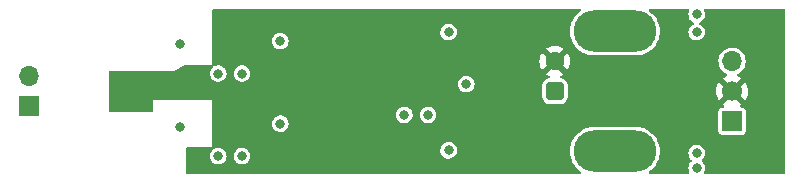
<source format=gbr>
%TF.GenerationSoftware,KiCad,Pcbnew,(6.0.10)*%
%TF.CreationDate,2023-06-03T07:50:41-04:00*%
%TF.ProjectId,diff-probe-soic,64696666-2d70-4726-9f62-652d736f6963,rev?*%
%TF.SameCoordinates,PX1f78a40PY3750280*%
%TF.FileFunction,Copper,L2,Inr*%
%TF.FilePolarity,Positive*%
%FSLAX46Y46*%
G04 Gerber Fmt 4.6, Leading zero omitted, Abs format (unit mm)*
G04 Created by KiCad (PCBNEW (6.0.10)) date 2023-06-03 07:50:41*
%MOMM*%
%LPD*%
G01*
G04 APERTURE LIST*
G04 Aperture macros list*
%AMRoundRect*
0 Rectangle with rounded corners*
0 $1 Rounding radius*
0 $2 $3 $4 $5 $6 $7 $8 $9 X,Y pos of 4 corners*
0 Add a 4 corners polygon primitive as box body*
4,1,4,$2,$3,$4,$5,$6,$7,$8,$9,$2,$3,0*
0 Add four circle primitives for the rounded corners*
1,1,$1+$1,$2,$3*
1,1,$1+$1,$4,$5*
1,1,$1+$1,$6,$7*
1,1,$1+$1,$8,$9*
0 Add four rect primitives between the rounded corners*
20,1,$1+$1,$2,$3,$4,$5,0*
20,1,$1+$1,$4,$5,$6,$7,0*
20,1,$1+$1,$6,$7,$8,$9,0*
20,1,$1+$1,$8,$9,$2,$3,0*%
%AMHorizOval*
0 Thick line with rounded ends*
0 $1 width*
0 $2 $3 position (X,Y) of the first rounded end (center of the circle)*
0 $4 $5 position (X,Y) of the second rounded end (center of the circle)*
0 Add line between two ends*
20,1,$1,$2,$3,$4,$5,0*
0 Add two circle primitives to create the rounded ends*
1,1,$1,$2,$3*
1,1,$1,$4,$5*%
G04 Aperture macros list end*
%TA.AperFunction,ComponentPad*%
%ADD10O,7.000000X3.500000*%
%TD*%
%TA.AperFunction,ComponentPad*%
%ADD11RoundRect,0.400000X-0.400000X0.400000X-0.400000X-0.400000X0.400000X-0.400000X0.400000X0.400000X0*%
%TD*%
%TA.AperFunction,ComponentPad*%
%ADD12C,1.600000*%
%TD*%
%TA.AperFunction,ComponentPad*%
%ADD13R,1.700000X1.700000*%
%TD*%
%TA.AperFunction,ComponentPad*%
%ADD14O,1.700000X1.700000*%
%TD*%
%TA.AperFunction,ComponentPad*%
%ADD15HorizOval,1.700000X0.000000X0.000000X0.000000X0.000000X0*%
%TD*%
%TA.AperFunction,ViaPad*%
%ADD16C,0.800000*%
%TD*%
G04 APERTURE END LIST*
D10*
%TO.N,*%
%TO.C,J2*%
X51580000Y2920000D03*
X51580000Y13080000D03*
D11*
%TO.N,/OUT*%
X46500000Y8000000D03*
D12*
%TO.N,GND*%
X46500000Y10540000D03*
%TD*%
D13*
%TO.N,/IN_POS*%
%TO.C,J1*%
X2000000Y6730000D03*
D14*
%TO.N,/IN_NEG*%
X2000000Y9270000D03*
%TD*%
D13*
%TO.N,/NEG*%
%TO.C,J3*%
X61500000Y5460000D03*
D15*
%TO.N,GND*%
X61500000Y8000000D03*
D14*
%TO.N,/POS*%
X61500000Y10540000D03*
%TD*%
D16*
%TO.N,VSS*%
X58500000Y2750000D03*
%TO.N,VDD*%
X58500000Y13000000D03*
%TO.N,GND*%
X39250000Y4750000D03*
X18000000Y13000000D03*
X9750000Y8050000D03*
X23500000Y1500000D03*
X21750000Y1500000D03*
X20000000Y6000000D03*
X23500000Y8500000D03*
X21750000Y8500000D03*
X26750000Y4250000D03*
X37500000Y4750000D03*
X28750000Y4250000D03*
X18000000Y6000000D03*
X32000000Y13000000D03*
X32000000Y3000000D03*
X33750000Y9500000D03*
X35750000Y9500000D03*
X20000000Y13000000D03*
X11500000Y8100000D03*
%TO.N,VSS*%
X37500000Y3000000D03*
X18000000Y2500000D03*
X20000000Y9500000D03*
X58500000Y1500000D03*
X18000000Y9500000D03*
X35750000Y6000000D03*
X20000000Y2500000D03*
X33750000Y6000000D03*
%TO.N,VDD*%
X58500000Y14500000D03*
X23250000Y5250000D03*
X39000000Y8600000D03*
X37500000Y13000000D03*
X23250000Y12250000D03*
%TO.N,/FB_POS*%
X14750000Y5000000D03*
%TO.N,/FB_NEG*%
X14750000Y12000000D03*
%TD*%
%TA.AperFunction,Conductor*%
%TO.N,GND*%
G36*
X48664467Y14979998D02*
G01*
X48710960Y14926342D01*
X48721064Y14856068D01*
X48691570Y14791488D01*
X48670407Y14772064D01*
X48537393Y14675423D01*
X48508746Y14654610D01*
X48505582Y14651554D01*
X48505579Y14651552D01*
X48305626Y14458460D01*
X48305622Y14458455D01*
X48302461Y14455403D01*
X48299754Y14451938D01*
X48299752Y14451936D01*
X48217309Y14346414D01*
X48125907Y14229425D01*
X48123704Y14225609D01*
X48012968Y14033807D01*
X47982523Y13981075D01*
X47875097Y13715187D01*
X47874032Y13710914D01*
X47874031Y13710912D01*
X47856112Y13639044D01*
X47805721Y13436935D01*
X47805262Y13432565D01*
X47805261Y13432561D01*
X47776204Y13156105D01*
X47775745Y13151736D01*
X47775898Y13147348D01*
X47775898Y13147342D01*
X47784260Y12907906D01*
X47785753Y12865141D01*
X47786515Y12860818D01*
X47786516Y12860811D01*
X47815242Y12697901D01*
X47835550Y12582728D01*
X47836905Y12578557D01*
X47836907Y12578550D01*
X47871473Y12472169D01*
X47924167Y12309994D01*
X47926095Y12306041D01*
X47926097Y12306036D01*
X47955445Y12245865D01*
X48049879Y12052247D01*
X48210238Y11814504D01*
X48402125Y11601392D01*
X48621803Y11417060D01*
X48864998Y11265095D01*
X49006260Y11202201D01*
X49091661Y11164178D01*
X49126975Y11148455D01*
X49402636Y11069411D01*
X49406986Y11068800D01*
X49406989Y11068799D01*
X49511342Y11054133D01*
X49686615Y11029500D01*
X53401604Y11029500D01*
X53403790Y11029653D01*
X53403794Y11029653D01*
X53611686Y11044190D01*
X53611691Y11044191D01*
X53616071Y11044497D01*
X53620365Y11045410D01*
X53620367Y11045410D01*
X53738984Y11070623D01*
X53896575Y11104120D01*
X53900706Y11105624D01*
X53900711Y11105625D01*
X54075633Y11169292D01*
X54166050Y11202201D01*
X54243081Y11243159D01*
X54415361Y11334761D01*
X54415367Y11334765D01*
X54419253Y11336831D01*
X54422813Y11339418D01*
X54422817Y11339420D01*
X54647691Y11502801D01*
X54647694Y11502803D01*
X54651254Y11505390D01*
X54661137Y11514934D01*
X54854374Y11701540D01*
X54854378Y11701545D01*
X54857539Y11704597D01*
X54889438Y11745425D01*
X55031381Y11927104D01*
X55034093Y11930575D01*
X55078441Y12007389D01*
X55175276Y12175112D01*
X55175278Y12175117D01*
X55177477Y12178925D01*
X55284903Y12444813D01*
X55354279Y12723065D01*
X55357113Y12750023D01*
X55383796Y13003895D01*
X55383796Y13003898D01*
X55384255Y13008264D01*
X55384023Y13014920D01*
X55374401Y13290462D01*
X55374400Y13290468D01*
X55374247Y13294859D01*
X55368691Y13326373D01*
X55325212Y13572949D01*
X55324450Y13577272D01*
X55323095Y13581443D01*
X55323093Y13581450D01*
X55251794Y13800884D01*
X55235833Y13850006D01*
X55229514Y13862963D01*
X55170046Y13984888D01*
X55110121Y14107753D01*
X54949762Y14345496D01*
X54757875Y14558608D01*
X54538197Y14742940D01*
X54534459Y14745276D01*
X54499460Y14767146D01*
X54452289Y14820207D01*
X54441294Y14890347D01*
X54469965Y14955297D01*
X54529199Y14994436D01*
X54566229Y15000000D01*
X57758684Y15000000D01*
X57826805Y14979998D01*
X57873298Y14926342D01*
X57883402Y14856068D01*
X57876078Y14828233D01*
X57816524Y14675487D01*
X57815532Y14667954D01*
X57815532Y14667953D01*
X57800706Y14555333D01*
X57794394Y14507389D01*
X57812999Y14338865D01*
X57871266Y14179644D01*
X57875502Y14173341D01*
X57875502Y14173340D01*
X57888574Y14153887D01*
X57965830Y14038917D01*
X57971442Y14033810D01*
X57971445Y14033807D01*
X58085612Y13929923D01*
X58085616Y13929920D01*
X58091233Y13924809D01*
X58097910Y13921184D01*
X58097911Y13921183D01*
X58210160Y13860237D01*
X58260481Y13810154D01*
X58275738Y13740816D01*
X58251086Y13674237D01*
X58207829Y13637541D01*
X58103369Y13583625D01*
X58097647Y13578633D01*
X58097645Y13578632D01*
X58026069Y13516192D01*
X57975604Y13472169D01*
X57878113Y13333453D01*
X57816524Y13175487D01*
X57794394Y13007389D01*
X57812999Y12838865D01*
X57871266Y12679644D01*
X57875502Y12673341D01*
X57875502Y12673340D01*
X57885289Y12658776D01*
X57965830Y12538917D01*
X57971442Y12533810D01*
X57971445Y12533807D01*
X58085612Y12429923D01*
X58085616Y12429920D01*
X58091233Y12424809D01*
X58097906Y12421186D01*
X58097910Y12421183D01*
X58233558Y12347533D01*
X58233560Y12347532D01*
X58240235Y12343908D01*
X58247584Y12341980D01*
X58396883Y12302812D01*
X58396885Y12302812D01*
X58404233Y12300884D01*
X58490609Y12299527D01*
X58566161Y12298340D01*
X58566164Y12298340D01*
X58573760Y12298221D01*
X58581165Y12299917D01*
X58581166Y12299917D01*
X58643459Y12314184D01*
X58739029Y12336072D01*
X58890498Y12412253D01*
X59019423Y12522366D01*
X59118361Y12660053D01*
X59126237Y12679644D01*
X59178766Y12810313D01*
X59178767Y12810315D01*
X59181601Y12817366D01*
X59194610Y12908776D01*
X59204909Y12981138D01*
X59204909Y12981141D01*
X59205490Y12985222D01*
X59205645Y13000000D01*
X59203840Y13014920D01*
X59201004Y13038347D01*
X59185276Y13168320D01*
X59125345Y13326923D01*
X59052742Y13432561D01*
X59033614Y13460392D01*
X59033613Y13460393D01*
X59029312Y13466651D01*
X59017514Y13477163D01*
X58908392Y13574388D01*
X58908388Y13574390D01*
X58902721Y13579440D01*
X58896011Y13582993D01*
X58896005Y13582997D01*
X58790151Y13639044D01*
X58739308Y13688597D01*
X58723326Y13757771D01*
X58747280Y13824605D01*
X58792496Y13862963D01*
X58883714Y13908841D01*
X58890498Y13912253D01*
X59019423Y14022366D01*
X59118361Y14160053D01*
X59126237Y14179644D01*
X59178766Y14310313D01*
X59178767Y14310315D01*
X59181601Y14317366D01*
X59205490Y14485222D01*
X59205645Y14500000D01*
X59203840Y14514920D01*
X59186935Y14654610D01*
X59185276Y14668320D01*
X59125345Y14826923D01*
X59127792Y14827847D01*
X59116389Y14885274D01*
X59142407Y14951332D01*
X59200007Y14992837D01*
X59241884Y15000000D01*
X65874000Y15000000D01*
X65942121Y14979998D01*
X65988614Y14926342D01*
X66000000Y14874000D01*
X66000000Y1126000D01*
X65979998Y1057879D01*
X65926342Y1011386D01*
X65874000Y1000000D01*
X59240472Y1000000D01*
X59172351Y1020002D01*
X59125858Y1073658D01*
X59115754Y1143932D01*
X59123565Y1172996D01*
X59178765Y1310309D01*
X59178767Y1310316D01*
X59181601Y1317366D01*
X59205490Y1485222D01*
X59205645Y1500000D01*
X59203840Y1514920D01*
X59199829Y1548064D01*
X59185276Y1668320D01*
X59125345Y1826923D01*
X59114997Y1841980D01*
X59033614Y1960392D01*
X59033613Y1960393D01*
X59029312Y1966651D01*
X58957122Y2030970D01*
X58919568Y2091218D01*
X58920548Y2162208D01*
X58959112Y2220855D01*
X59013651Y2267436D01*
X59013652Y2267437D01*
X59019423Y2272366D01*
X59118361Y2410053D01*
X59126349Y2429923D01*
X59178766Y2560313D01*
X59178767Y2560315D01*
X59181601Y2567366D01*
X59205490Y2735222D01*
X59205645Y2750000D01*
X59203840Y2764920D01*
X59194282Y2843895D01*
X59185276Y2918320D01*
X59125345Y3076923D01*
X59092990Y3124000D01*
X59033614Y3210392D01*
X59033613Y3210393D01*
X59029312Y3216651D01*
X59010680Y3233252D01*
X58908392Y3324388D01*
X58908388Y3324390D01*
X58902721Y3329440D01*
X58895656Y3333181D01*
X58835080Y3365254D01*
X58752881Y3408776D01*
X58588441Y3450081D01*
X58580843Y3450121D01*
X58580841Y3450121D01*
X58503668Y3450525D01*
X58418895Y3450969D01*
X58411508Y3449195D01*
X58411504Y3449195D01*
X58295942Y3421450D01*
X58254032Y3411388D01*
X58247288Y3407907D01*
X58247285Y3407906D01*
X58242089Y3405224D01*
X58103369Y3333625D01*
X58097647Y3328633D01*
X58097645Y3328632D01*
X58043280Y3281206D01*
X57975604Y3222169D01*
X57954486Y3192121D01*
X57896794Y3110033D01*
X57878113Y3083453D01*
X57816524Y2925487D01*
X57815532Y2917954D01*
X57815532Y2917953D01*
X57803281Y2824892D01*
X57794394Y2757389D01*
X57812999Y2588865D01*
X57871266Y2429644D01*
X57875502Y2423341D01*
X57875502Y2423340D01*
X57885245Y2408841D01*
X57965830Y2288917D01*
X57971442Y2283810D01*
X57971445Y2283807D01*
X58043737Y2218027D01*
X58080659Y2157387D01*
X58078936Y2086412D01*
X58041768Y2029888D01*
X57975604Y1972169D01*
X57971237Y1965955D01*
X57888009Y1847533D01*
X57878113Y1833453D01*
X57816524Y1675487D01*
X57815532Y1667954D01*
X57815532Y1667953D01*
X57799749Y1548064D01*
X57794394Y1507389D01*
X57812999Y1338865D01*
X57871018Y1180322D01*
X57871018Y1180321D01*
X57871266Y1179644D01*
X57871153Y1179603D01*
X57883581Y1113426D01*
X57856881Y1047641D01*
X57798853Y1006735D01*
X57758210Y1000000D01*
X54563654Y1000000D01*
X54495533Y1020002D01*
X54449040Y1073658D01*
X54438936Y1143932D01*
X54468430Y1208512D01*
X54489593Y1227936D01*
X54647691Y1342801D01*
X54647694Y1342803D01*
X54651254Y1345390D01*
X54747738Y1438563D01*
X54854374Y1541540D01*
X54854378Y1541545D01*
X54857539Y1544597D01*
X54940853Y1651233D01*
X55031381Y1767104D01*
X55034093Y1770575D01*
X55078524Y1847533D01*
X55175276Y2015112D01*
X55175278Y2015117D01*
X55177477Y2018925D01*
X55284903Y2284813D01*
X55354279Y2563065D01*
X55364550Y2660780D01*
X55383796Y2843895D01*
X55383796Y2843898D01*
X55384255Y2848264D01*
X55382072Y2910780D01*
X55374401Y3130462D01*
X55374400Y3130468D01*
X55374247Y3134859D01*
X55370657Y3155224D01*
X55339311Y3332993D01*
X55324450Y3417272D01*
X55323095Y3421443D01*
X55323093Y3421450D01*
X55245980Y3658776D01*
X55235833Y3690006D01*
X55231352Y3699195D01*
X55170046Y3824888D01*
X55110121Y3947753D01*
X54949762Y4185496D01*
X54757875Y4398608D01*
X54559155Y4565354D01*
X60349500Y4565354D01*
X60352618Y4539154D01*
X60356456Y4530514D01*
X60356456Y4530513D01*
X60384814Y4466670D01*
X60398061Y4436847D01*
X60477287Y4357759D01*
X60487924Y4353056D01*
X60487926Y4353055D01*
X60526341Y4336072D01*
X60579673Y4312494D01*
X60605354Y4309500D01*
X62394646Y4309500D01*
X62398350Y4309941D01*
X62398353Y4309941D01*
X62405746Y4310821D01*
X62420846Y4312618D01*
X62523153Y4358061D01*
X62554984Y4389947D01*
X62577093Y4412095D01*
X62602241Y4437287D01*
X62615232Y4466670D01*
X62633265Y4507462D01*
X62647506Y4539673D01*
X62650500Y4565354D01*
X62650500Y6354646D01*
X62647382Y6380846D01*
X62607025Y6471704D01*
X62606663Y6472518D01*
X62601939Y6483153D01*
X62522713Y6562241D01*
X62512076Y6566944D01*
X62512074Y6566945D01*
X62452538Y6593265D01*
X62420327Y6607506D01*
X62394646Y6610500D01*
X62284285Y6610500D01*
X62216164Y6630502D01*
X62169671Y6684158D01*
X62159567Y6754432D01*
X62189061Y6819012D01*
X62211116Y6839078D01*
X62249247Y6866277D01*
X62257648Y6876977D01*
X62250660Y6890130D01*
X61512812Y7627978D01*
X61498868Y7635592D01*
X61497035Y7635461D01*
X61490420Y7631210D01*
X60746737Y6887527D01*
X60739977Y6875147D01*
X60745257Y6868094D01*
X60784284Y6845288D01*
X60833007Y6793649D01*
X60846078Y6723866D01*
X60819346Y6658094D01*
X60761299Y6617216D01*
X60720713Y6610500D01*
X60605354Y6610500D01*
X60601650Y6610059D01*
X60601647Y6610059D01*
X60594254Y6609179D01*
X60579154Y6607382D01*
X60570514Y6603544D01*
X60570513Y6603544D01*
X60488117Y6566945D01*
X60476847Y6561939D01*
X60397759Y6482713D01*
X60393056Y6472076D01*
X60393055Y6472074D01*
X60366735Y6412538D01*
X60352494Y6380327D01*
X60349500Y6354646D01*
X60349500Y4565354D01*
X54559155Y4565354D01*
X54538197Y4582940D01*
X54295002Y4734905D01*
X54033025Y4851545D01*
X53804406Y4917100D01*
X53761591Y4929377D01*
X53761590Y4929377D01*
X53757364Y4930589D01*
X53753014Y4931200D01*
X53753011Y4931201D01*
X53648658Y4945867D01*
X53473385Y4970500D01*
X49758396Y4970500D01*
X49756210Y4970347D01*
X49756206Y4970347D01*
X49548314Y4955810D01*
X49548309Y4955809D01*
X49543929Y4955503D01*
X49539635Y4954590D01*
X49539633Y4954590D01*
X49455835Y4936778D01*
X49263425Y4895880D01*
X49259294Y4894376D01*
X49259289Y4894375D01*
X49141616Y4851545D01*
X48993950Y4797799D01*
X48936845Y4767436D01*
X48744639Y4665239D01*
X48744633Y4665235D01*
X48740747Y4663169D01*
X48737187Y4660582D01*
X48737183Y4660580D01*
X48512309Y4497199D01*
X48508746Y4494610D01*
X48505582Y4491554D01*
X48505579Y4491552D01*
X48305626Y4298460D01*
X48305622Y4298455D01*
X48302461Y4295403D01*
X48299754Y4291938D01*
X48299752Y4291936D01*
X48216592Y4185496D01*
X48125907Y4069425D01*
X48123704Y4065609D01*
X48057765Y3951398D01*
X47982523Y3821075D01*
X47875097Y3555187D01*
X47874032Y3550914D01*
X47874031Y3550912D01*
X47852849Y3465955D01*
X47805721Y3276935D01*
X47805262Y3272565D01*
X47805261Y3272561D01*
X47776204Y2996105D01*
X47775745Y2991736D01*
X47775898Y2987348D01*
X47775898Y2987342D01*
X47784703Y2735222D01*
X47785753Y2705141D01*
X47786515Y2700818D01*
X47786516Y2700811D01*
X47810046Y2567366D01*
X47835550Y2422728D01*
X47836905Y2418557D01*
X47836907Y2418550D01*
X47862799Y2338865D01*
X47924167Y2149994D01*
X47926095Y2146041D01*
X47926097Y2146036D01*
X47975270Y2045217D01*
X48049879Y1892247D01*
X48210238Y1654504D01*
X48402125Y1441392D01*
X48621803Y1257060D01*
X48625539Y1254726D01*
X48625541Y1254724D01*
X48660540Y1232854D01*
X48707711Y1179793D01*
X48718706Y1109653D01*
X48690035Y1044703D01*
X48630801Y1005564D01*
X48593771Y1000000D01*
X15376000Y1000000D01*
X15307879Y1020002D01*
X15261386Y1073658D01*
X15250000Y1126000D01*
X15250000Y2507389D01*
X17294394Y2507389D01*
X17312999Y2338865D01*
X17371266Y2179644D01*
X17375502Y2173341D01*
X17375502Y2173340D01*
X17386222Y2157387D01*
X17465830Y2038917D01*
X17471442Y2033810D01*
X17471445Y2033807D01*
X17585612Y1929923D01*
X17585616Y1929920D01*
X17591233Y1924809D01*
X17597906Y1921186D01*
X17597910Y1921183D01*
X17733558Y1847533D01*
X17733560Y1847532D01*
X17740235Y1843908D01*
X17747584Y1841980D01*
X17896883Y1802812D01*
X17896885Y1802812D01*
X17904233Y1800884D01*
X17990609Y1799527D01*
X18066161Y1798340D01*
X18066164Y1798340D01*
X18073760Y1798221D01*
X18081165Y1799917D01*
X18081166Y1799917D01*
X18141586Y1813755D01*
X18239029Y1836072D01*
X18390498Y1912253D01*
X18519423Y2022366D01*
X18618361Y2160053D01*
X18626237Y2179644D01*
X18678766Y2310313D01*
X18678767Y2310315D01*
X18681601Y2317366D01*
X18705490Y2485222D01*
X18705645Y2500000D01*
X18704751Y2507389D01*
X19294394Y2507389D01*
X19312999Y2338865D01*
X19371266Y2179644D01*
X19375502Y2173341D01*
X19375502Y2173340D01*
X19386222Y2157387D01*
X19465830Y2038917D01*
X19471442Y2033810D01*
X19471445Y2033807D01*
X19585612Y1929923D01*
X19585616Y1929920D01*
X19591233Y1924809D01*
X19597906Y1921186D01*
X19597910Y1921183D01*
X19733558Y1847533D01*
X19733560Y1847532D01*
X19740235Y1843908D01*
X19747584Y1841980D01*
X19896883Y1802812D01*
X19896885Y1802812D01*
X19904233Y1800884D01*
X19990609Y1799527D01*
X20066161Y1798340D01*
X20066164Y1798340D01*
X20073760Y1798221D01*
X20081165Y1799917D01*
X20081166Y1799917D01*
X20141586Y1813755D01*
X20239029Y1836072D01*
X20390498Y1912253D01*
X20519423Y2022366D01*
X20618361Y2160053D01*
X20626237Y2179644D01*
X20678766Y2310313D01*
X20678767Y2310315D01*
X20681601Y2317366D01*
X20705490Y2485222D01*
X20705645Y2500000D01*
X20703840Y2514920D01*
X20694891Y2588865D01*
X20685276Y2668320D01*
X20625345Y2826923D01*
X20607658Y2852658D01*
X20533614Y2960392D01*
X20533613Y2960393D01*
X20529312Y2966651D01*
X20517514Y2977163D01*
X20483589Y3007389D01*
X36794394Y3007389D01*
X36812999Y2838865D01*
X36871266Y2679644D01*
X36875502Y2673341D01*
X36875502Y2673340D01*
X36888574Y2653887D01*
X36965830Y2538917D01*
X36971442Y2533810D01*
X36971445Y2533807D01*
X37085612Y2429923D01*
X37085616Y2429920D01*
X37091233Y2424809D01*
X37097906Y2421186D01*
X37097910Y2421183D01*
X37233558Y2347533D01*
X37233560Y2347532D01*
X37240235Y2343908D01*
X37247584Y2341980D01*
X37396883Y2302812D01*
X37396885Y2302812D01*
X37404233Y2300884D01*
X37490609Y2299527D01*
X37566161Y2298340D01*
X37566164Y2298340D01*
X37573760Y2298221D01*
X37581165Y2299917D01*
X37581166Y2299917D01*
X37657353Y2317366D01*
X37739029Y2336072D01*
X37890498Y2412253D01*
X37969713Y2479910D01*
X38013651Y2517436D01*
X38013652Y2517437D01*
X38019423Y2522366D01*
X38118361Y2660053D01*
X38124540Y2675423D01*
X38178766Y2810313D01*
X38178767Y2810315D01*
X38181601Y2817366D01*
X38203566Y2971704D01*
X38204909Y2981138D01*
X38204909Y2981141D01*
X38205490Y2985222D01*
X38205645Y3000000D01*
X38203840Y3014920D01*
X38192809Y3106068D01*
X38185276Y3168320D01*
X38125345Y3326923D01*
X38067818Y3410625D01*
X38033614Y3460392D01*
X38033613Y3460393D01*
X38029312Y3466651D01*
X38017514Y3477163D01*
X37908392Y3574388D01*
X37908388Y3574390D01*
X37902721Y3579440D01*
X37752881Y3658776D01*
X37588441Y3700081D01*
X37580843Y3700121D01*
X37580841Y3700121D01*
X37503668Y3700525D01*
X37418895Y3700969D01*
X37411508Y3699195D01*
X37411504Y3699195D01*
X37268162Y3664780D01*
X37254032Y3661388D01*
X37247288Y3657907D01*
X37247285Y3657906D01*
X37242089Y3655224D01*
X37103369Y3583625D01*
X36975604Y3472169D01*
X36939958Y3421450D01*
X36932887Y3411388D01*
X36878113Y3333453D01*
X36816524Y3175487D01*
X36815532Y3167954D01*
X36815532Y3167953D01*
X36797246Y3029051D01*
X36794394Y3007389D01*
X20483589Y3007389D01*
X20408392Y3074388D01*
X20408388Y3074390D01*
X20402721Y3079440D01*
X20395656Y3083181D01*
X20319502Y3123502D01*
X20252881Y3158776D01*
X20088441Y3200081D01*
X20080843Y3200121D01*
X20080841Y3200121D01*
X20003668Y3200525D01*
X19918895Y3200969D01*
X19911508Y3199195D01*
X19911504Y3199195D01*
X19768162Y3164780D01*
X19754032Y3161388D01*
X19747288Y3157907D01*
X19747285Y3157906D01*
X19615081Y3089670D01*
X19603369Y3083625D01*
X19597647Y3078633D01*
X19597645Y3078632D01*
X19592780Y3074388D01*
X19475604Y2972169D01*
X19471237Y2965955D01*
X19385452Y2843895D01*
X19378113Y2833453D01*
X19316524Y2675487D01*
X19315532Y2667954D01*
X19315532Y2667953D01*
X19295717Y2517436D01*
X19294394Y2507389D01*
X18704751Y2507389D01*
X18703840Y2514920D01*
X18694891Y2588865D01*
X18685276Y2668320D01*
X18625345Y2826923D01*
X18607658Y2852658D01*
X18533614Y2960392D01*
X18533613Y2960393D01*
X18529312Y2966651D01*
X18517514Y2977163D01*
X18408392Y3074388D01*
X18408388Y3074390D01*
X18402721Y3079440D01*
X18395656Y3083181D01*
X18319502Y3123502D01*
X18252881Y3158776D01*
X18088441Y3200081D01*
X18080843Y3200121D01*
X18080841Y3200121D01*
X18003668Y3200525D01*
X17918895Y3200969D01*
X17911508Y3199195D01*
X17911504Y3199195D01*
X17768162Y3164780D01*
X17754032Y3161388D01*
X17747288Y3157907D01*
X17747285Y3157906D01*
X17680629Y3123502D01*
X17610921Y3110033D01*
X17580372Y3122246D01*
X17582698Y3106068D01*
X17553204Y3041488D01*
X17540809Y3029051D01*
X17507507Y3000000D01*
X17475604Y2972169D01*
X17471237Y2965955D01*
X17385452Y2843895D01*
X17378113Y2833453D01*
X17316524Y2675487D01*
X17315532Y2667954D01*
X17315532Y2667953D01*
X17295717Y2517436D01*
X17294394Y2507389D01*
X15250000Y2507389D01*
X15250000Y3124000D01*
X15270002Y3192121D01*
X15323658Y3238614D01*
X15376000Y3250000D01*
X17457980Y3250000D01*
X17501210Y3237307D01*
X17500451Y3250000D01*
X17500000Y3250000D01*
X17500000Y5257389D01*
X22544394Y5257389D01*
X22562999Y5088865D01*
X22570867Y5067366D01*
X22611691Y4955810D01*
X22621266Y4929644D01*
X22625502Y4923341D01*
X22625502Y4923340D01*
X22638574Y4903887D01*
X22715830Y4788917D01*
X22721442Y4783810D01*
X22721445Y4783807D01*
X22835612Y4679923D01*
X22835616Y4679920D01*
X22841233Y4674809D01*
X22847906Y4671186D01*
X22847910Y4671183D01*
X22983558Y4597533D01*
X22983560Y4597532D01*
X22990235Y4593908D01*
X22997584Y4591980D01*
X23146883Y4552812D01*
X23146885Y4552812D01*
X23154233Y4550884D01*
X23240609Y4549527D01*
X23316161Y4548340D01*
X23316164Y4548340D01*
X23323760Y4548221D01*
X23331165Y4549917D01*
X23331166Y4549917D01*
X23398568Y4565354D01*
X23489029Y4586072D01*
X23640498Y4662253D01*
X23769423Y4772366D01*
X23868361Y4910053D01*
X23876237Y4929644D01*
X23928766Y5060313D01*
X23928767Y5060315D01*
X23931601Y5067366D01*
X23955490Y5235222D01*
X23955645Y5250000D01*
X23953840Y5264920D01*
X23936188Y5410780D01*
X23935276Y5418320D01*
X23875345Y5576923D01*
X23818211Y5660053D01*
X23783614Y5710392D01*
X23783613Y5710393D01*
X23779312Y5716651D01*
X23674189Y5810313D01*
X23658392Y5824388D01*
X23658388Y5824390D01*
X23652721Y5829440D01*
X23634921Y5838865D01*
X23585080Y5865254D01*
X23502881Y5908776D01*
X23338441Y5950081D01*
X23330843Y5950121D01*
X23330841Y5950121D01*
X23253668Y5950525D01*
X23168895Y5950969D01*
X23161508Y5949195D01*
X23161504Y5949195D01*
X23018162Y5914780D01*
X23004032Y5911388D01*
X22997288Y5907907D01*
X22997285Y5907906D01*
X22992089Y5905224D01*
X22853369Y5833625D01*
X22725604Y5722169D01*
X22686901Y5667100D01*
X22682887Y5661388D01*
X22628113Y5583453D01*
X22566524Y5425487D01*
X22565532Y5417954D01*
X22565532Y5417953D01*
X22549770Y5298221D01*
X22544394Y5257389D01*
X17500000Y5257389D01*
X17500000Y6007389D01*
X33044394Y6007389D01*
X33062999Y5838865D01*
X33121266Y5679644D01*
X33125502Y5673341D01*
X33125502Y5673340D01*
X33135289Y5658776D01*
X33215830Y5538917D01*
X33221442Y5533810D01*
X33221445Y5533807D01*
X33335612Y5429923D01*
X33335616Y5429920D01*
X33341233Y5424809D01*
X33347906Y5421186D01*
X33347910Y5421183D01*
X33483558Y5347533D01*
X33483560Y5347532D01*
X33490235Y5343908D01*
X33497584Y5341980D01*
X33646883Y5302812D01*
X33646885Y5302812D01*
X33654233Y5300884D01*
X33740609Y5299527D01*
X33816161Y5298340D01*
X33816164Y5298340D01*
X33823760Y5298221D01*
X33831165Y5299917D01*
X33831166Y5299917D01*
X33891586Y5313755D01*
X33989029Y5336072D01*
X34140498Y5412253D01*
X34269423Y5522366D01*
X34368361Y5660053D01*
X34376237Y5679644D01*
X34428766Y5810313D01*
X34428767Y5810315D01*
X34431601Y5817366D01*
X34444610Y5908776D01*
X34454909Y5981138D01*
X34454909Y5981141D01*
X34455490Y5985222D01*
X34455645Y6000000D01*
X34454751Y6007389D01*
X35044394Y6007389D01*
X35062999Y5838865D01*
X35121266Y5679644D01*
X35125502Y5673341D01*
X35125502Y5673340D01*
X35135289Y5658776D01*
X35215830Y5538917D01*
X35221442Y5533810D01*
X35221445Y5533807D01*
X35335612Y5429923D01*
X35335616Y5429920D01*
X35341233Y5424809D01*
X35347906Y5421186D01*
X35347910Y5421183D01*
X35483558Y5347533D01*
X35483560Y5347532D01*
X35490235Y5343908D01*
X35497584Y5341980D01*
X35646883Y5302812D01*
X35646885Y5302812D01*
X35654233Y5300884D01*
X35740609Y5299527D01*
X35816161Y5298340D01*
X35816164Y5298340D01*
X35823760Y5298221D01*
X35831165Y5299917D01*
X35831166Y5299917D01*
X35891586Y5313755D01*
X35989029Y5336072D01*
X36140498Y5412253D01*
X36269423Y5522366D01*
X36368361Y5660053D01*
X36376237Y5679644D01*
X36428766Y5810313D01*
X36428767Y5810315D01*
X36431601Y5817366D01*
X36444610Y5908776D01*
X36454909Y5981138D01*
X36454909Y5981141D01*
X36455490Y5985222D01*
X36455645Y6000000D01*
X36453840Y6014920D01*
X36436188Y6160780D01*
X36435276Y6168320D01*
X36375345Y6326923D01*
X36279312Y6466651D01*
X36273641Y6471704D01*
X36158392Y6574388D01*
X36158388Y6574390D01*
X36152721Y6579440D01*
X36107197Y6603544D01*
X36056281Y6630502D01*
X36002881Y6658776D01*
X35838441Y6700081D01*
X35830843Y6700121D01*
X35830841Y6700121D01*
X35753668Y6700525D01*
X35668895Y6700969D01*
X35661508Y6699195D01*
X35661504Y6699195D01*
X35518162Y6664780D01*
X35504032Y6661388D01*
X35497288Y6657907D01*
X35497285Y6657906D01*
X35399397Y6607382D01*
X35353369Y6583625D01*
X35347647Y6578633D01*
X35347645Y6578632D01*
X35319435Y6554023D01*
X35225604Y6472169D01*
X35221237Y6465955D01*
X35140385Y6350914D01*
X35128113Y6333453D01*
X35066524Y6175487D01*
X35044394Y6007389D01*
X34454751Y6007389D01*
X34453840Y6014920D01*
X34436188Y6160780D01*
X34435276Y6168320D01*
X34375345Y6326923D01*
X34279312Y6466651D01*
X34273641Y6471704D01*
X34158392Y6574388D01*
X34158388Y6574390D01*
X34152721Y6579440D01*
X34107197Y6603544D01*
X34056281Y6630502D01*
X34002881Y6658776D01*
X33838441Y6700081D01*
X33830843Y6700121D01*
X33830841Y6700121D01*
X33753668Y6700525D01*
X33668895Y6700969D01*
X33661508Y6699195D01*
X33661504Y6699195D01*
X33518162Y6664780D01*
X33504032Y6661388D01*
X33497288Y6657907D01*
X33497285Y6657906D01*
X33399397Y6607382D01*
X33353369Y6583625D01*
X33347647Y6578633D01*
X33347645Y6578632D01*
X33319435Y6554023D01*
X33225604Y6472169D01*
X33221237Y6465955D01*
X33140385Y6350914D01*
X33128113Y6333453D01*
X33066524Y6175487D01*
X33044394Y6007389D01*
X17500000Y6007389D01*
X17500000Y7250000D01*
X12500000Y7250000D01*
X12500000Y6376000D01*
X12479998Y6307879D01*
X12426342Y6261386D01*
X12374000Y6250000D01*
X8876000Y6250000D01*
X8807879Y6270002D01*
X8761386Y6323658D01*
X8750000Y6376000D01*
X8750000Y8607389D01*
X38294394Y8607389D01*
X38312999Y8438865D01*
X38371266Y8279644D01*
X38375502Y8273341D01*
X38375502Y8273340D01*
X38388574Y8253887D01*
X38465830Y8138917D01*
X38471442Y8133810D01*
X38471445Y8133807D01*
X38585612Y8029923D01*
X38585616Y8029920D01*
X38591233Y8024809D01*
X38597906Y8021186D01*
X38597910Y8021183D01*
X38733558Y7947533D01*
X38733560Y7947532D01*
X38740235Y7943908D01*
X38747584Y7941980D01*
X38896883Y7902812D01*
X38896885Y7902812D01*
X38904233Y7900884D01*
X38990609Y7899527D01*
X39066161Y7898340D01*
X39066164Y7898340D01*
X39073760Y7898221D01*
X39081165Y7899917D01*
X39081166Y7899917D01*
X39141586Y7913755D01*
X39239029Y7936072D01*
X39390498Y8012253D01*
X39519423Y8122366D01*
X39618361Y8260053D01*
X39626237Y8279644D01*
X39678766Y8410313D01*
X39678767Y8410315D01*
X39681601Y8417366D01*
X39687098Y8455993D01*
X45399500Y8455993D01*
X45399501Y7544008D01*
X45399764Y7541150D01*
X45399764Y7541141D01*
X45403015Y7505757D01*
X45406171Y7471406D01*
X45456873Y7309617D01*
X45544703Y7164592D01*
X45664592Y7044703D01*
X45809617Y6956873D01*
X45816864Y6954602D01*
X45816866Y6954601D01*
X45882106Y6934156D01*
X45971406Y6906171D01*
X46044007Y6899500D01*
X46046905Y6899500D01*
X46501183Y6899501D01*
X46955992Y6899501D01*
X46958850Y6899764D01*
X46958859Y6899764D01*
X46994243Y6903015D01*
X47028594Y6906171D01*
X47034979Y6908172D01*
X47183134Y6954601D01*
X47183136Y6954602D01*
X47190383Y6956873D01*
X47335408Y7044703D01*
X47455297Y7164592D01*
X47543127Y7309617D01*
X47593829Y7471406D01*
X47600500Y7544007D01*
X47600499Y8028137D01*
X60138050Y8028137D01*
X60150309Y7815523D01*
X60151745Y7805303D01*
X60198565Y7597554D01*
X60201645Y7587725D01*
X60281770Y7390397D01*
X60286413Y7381206D01*
X60366460Y7250580D01*
X60376916Y7241120D01*
X60385694Y7244904D01*
X61127978Y7987188D01*
X61134356Y7998868D01*
X61864408Y7998868D01*
X61864539Y7997035D01*
X61868790Y7990420D01*
X62610474Y7248736D01*
X62622484Y7242177D01*
X62634223Y7251145D01*
X62665004Y7293981D01*
X62670315Y7302820D01*
X62764670Y7493733D01*
X62768469Y7503328D01*
X62830376Y7707085D01*
X62832555Y7717166D01*
X62860590Y7930113D01*
X62861109Y7936788D01*
X62862572Y7996636D01*
X62862378Y8003354D01*
X62844781Y8217396D01*
X62843096Y8227576D01*
X62791214Y8434125D01*
X62787894Y8443876D01*
X62702972Y8639186D01*
X62698105Y8648261D01*
X62633063Y8748803D01*
X62622377Y8758005D01*
X62612812Y8753602D01*
X61872022Y8012812D01*
X61864408Y7998868D01*
X61134356Y7998868D01*
X61135592Y8001132D01*
X61135461Y8002965D01*
X61131210Y8009580D01*
X60389849Y8750941D01*
X60378313Y8757241D01*
X60366031Y8747618D01*
X60318089Y8677338D01*
X60313004Y8668387D01*
X60223338Y8475217D01*
X60219775Y8465530D01*
X60162864Y8260319D01*
X60160933Y8250200D01*
X60138302Y8038426D01*
X60138050Y8028137D01*
X47600499Y8028137D01*
X47600499Y8455992D01*
X47600234Y8458884D01*
X47594440Y8521940D01*
X47593829Y8528594D01*
X47574790Y8589347D01*
X47545399Y8683134D01*
X47545398Y8683136D01*
X47543127Y8690383D01*
X47455297Y8835408D01*
X47335408Y8955297D01*
X47190383Y9043127D01*
X47183136Y9045398D01*
X47183134Y9045399D01*
X47034976Y9091829D01*
X47028594Y9093829D01*
X47027905Y9093892D01*
X46967033Y9125838D01*
X46931984Y9187580D01*
X46935880Y9258470D01*
X46977482Y9316000D01*
X47001396Y9330587D01*
X47151511Y9400586D01*
X47161006Y9406069D01*
X47213048Y9442509D01*
X47221424Y9452988D01*
X47214356Y9466434D01*
X46512812Y10167978D01*
X46498868Y10175592D01*
X46497035Y10175461D01*
X46490420Y10171210D01*
X45784923Y9465713D01*
X45778493Y9453938D01*
X45787789Y9441923D01*
X45838994Y9406069D01*
X45848489Y9400586D01*
X45998604Y9330587D01*
X46051889Y9283670D01*
X46071350Y9215393D01*
X46050808Y9147433D01*
X45996786Y9101367D01*
X45973896Y9094058D01*
X45971406Y9093829D01*
X45965024Y9091829D01*
X45816866Y9045399D01*
X45816864Y9045398D01*
X45809617Y9043127D01*
X45664592Y8955297D01*
X45544703Y8835408D01*
X45456873Y8690383D01*
X45406171Y8528594D01*
X45399500Y8455993D01*
X39687098Y8455993D01*
X39705490Y8585222D01*
X39705645Y8600000D01*
X39703840Y8614920D01*
X39696286Y8677338D01*
X39685276Y8768320D01*
X39625345Y8926923D01*
X39563137Y9017436D01*
X39533614Y9060392D01*
X39533613Y9060393D01*
X39529312Y9066651D01*
X39499912Y9092846D01*
X39408392Y9174388D01*
X39408388Y9174390D01*
X39402721Y9179440D01*
X39387348Y9187580D01*
X39279596Y9244631D01*
X39252881Y9258776D01*
X39088441Y9300081D01*
X39080843Y9300121D01*
X39080841Y9300121D01*
X39003668Y9300525D01*
X38918895Y9300969D01*
X38911508Y9299195D01*
X38911504Y9299195D01*
X38791831Y9270463D01*
X38754032Y9261388D01*
X38747288Y9257907D01*
X38747285Y9257906D01*
X38610117Y9187108D01*
X38603369Y9183625D01*
X38597647Y9178633D01*
X38597645Y9178632D01*
X38564779Y9149961D01*
X38475604Y9072169D01*
X38378113Y8933453D01*
X38316524Y8775487D01*
X38315532Y8767954D01*
X38315532Y8767953D01*
X38299775Y8648261D01*
X38294394Y8607389D01*
X8750000Y8607389D01*
X8750000Y9507389D01*
X17294394Y9507389D01*
X17312999Y9338865D01*
X17341352Y9261388D01*
X17368535Y9187108D01*
X17371266Y9179644D01*
X17375502Y9173341D01*
X17375502Y9173340D01*
X17387517Y9155460D01*
X17465830Y9038917D01*
X17471442Y9033810D01*
X17471445Y9033807D01*
X17585612Y8929923D01*
X17585616Y8929920D01*
X17591233Y8924809D01*
X17597906Y8921186D01*
X17597910Y8921183D01*
X17733558Y8847533D01*
X17733560Y8847532D01*
X17740235Y8843908D01*
X17747584Y8841980D01*
X17896883Y8802812D01*
X17896885Y8802812D01*
X17904233Y8800884D01*
X17990609Y8799527D01*
X18066161Y8798340D01*
X18066164Y8798340D01*
X18073760Y8798221D01*
X18081165Y8799917D01*
X18081166Y8799917D01*
X18207744Y8828907D01*
X18239029Y8836072D01*
X18390498Y8912253D01*
X18519423Y9022366D01*
X18618361Y9160053D01*
X18627837Y9183625D01*
X18678766Y9310313D01*
X18678767Y9310315D01*
X18681601Y9317366D01*
X18701038Y9453938D01*
X18704909Y9481138D01*
X18704909Y9481141D01*
X18705490Y9485222D01*
X18705645Y9500000D01*
X18704751Y9507389D01*
X19294394Y9507389D01*
X19312999Y9338865D01*
X19341352Y9261388D01*
X19368535Y9187108D01*
X19371266Y9179644D01*
X19375502Y9173341D01*
X19375502Y9173340D01*
X19387517Y9155460D01*
X19465830Y9038917D01*
X19471442Y9033810D01*
X19471445Y9033807D01*
X19585612Y8929923D01*
X19585616Y8929920D01*
X19591233Y8924809D01*
X19597906Y8921186D01*
X19597910Y8921183D01*
X19733558Y8847533D01*
X19733560Y8847532D01*
X19740235Y8843908D01*
X19747584Y8841980D01*
X19896883Y8802812D01*
X19896885Y8802812D01*
X19904233Y8800884D01*
X19990609Y8799527D01*
X20066161Y8798340D01*
X20066164Y8798340D01*
X20073760Y8798221D01*
X20081165Y8799917D01*
X20081166Y8799917D01*
X20207744Y8828907D01*
X20239029Y8836072D01*
X20390498Y8912253D01*
X20519423Y9022366D01*
X20618361Y9160053D01*
X20627837Y9183625D01*
X20678766Y9310313D01*
X20678767Y9310315D01*
X20681601Y9317366D01*
X20701038Y9453938D01*
X20704909Y9481138D01*
X20704909Y9481141D01*
X20705490Y9485222D01*
X20705645Y9500000D01*
X20703840Y9514920D01*
X20690639Y9624000D01*
X20685276Y9668320D01*
X20625345Y9826923D01*
X20581577Y9890605D01*
X20533614Y9960392D01*
X20533613Y9960393D01*
X20529312Y9966651D01*
X20517514Y9977163D01*
X20408392Y10074388D01*
X20408388Y10074390D01*
X20402721Y10079440D01*
X20390432Y10085947D01*
X20271218Y10149067D01*
X20252881Y10158776D01*
X20088441Y10200081D01*
X20080843Y10200121D01*
X20080841Y10200121D01*
X20003668Y10200525D01*
X19918895Y10200969D01*
X19911508Y10199195D01*
X19911504Y10199195D01*
X19781481Y10167978D01*
X19754032Y10161388D01*
X19747288Y10157907D01*
X19747285Y10157906D01*
X19627808Y10096239D01*
X19603369Y10083625D01*
X19597647Y10078633D01*
X19597645Y10078632D01*
X19592780Y10074388D01*
X19475604Y9972169D01*
X19471237Y9965955D01*
X19410120Y9878994D01*
X19378113Y9833453D01*
X19316524Y9675487D01*
X19315532Y9667954D01*
X19315532Y9667953D01*
X19304606Y9584955D01*
X19294394Y9507389D01*
X18704751Y9507389D01*
X18703840Y9514920D01*
X18690639Y9624000D01*
X18685276Y9668320D01*
X18625345Y9826923D01*
X18581577Y9890605D01*
X18533614Y9960392D01*
X18533613Y9960393D01*
X18529312Y9966651D01*
X18517514Y9977163D01*
X18408392Y10074388D01*
X18408388Y10074390D01*
X18402721Y10079440D01*
X18390432Y10085947D01*
X18271218Y10149067D01*
X18252881Y10158776D01*
X18088441Y10200081D01*
X18080843Y10200121D01*
X18080841Y10200121D01*
X18003668Y10200525D01*
X17918895Y10200969D01*
X17911508Y10199195D01*
X17911504Y10199195D01*
X17781481Y10167978D01*
X17754032Y10161388D01*
X17747288Y10157907D01*
X17747285Y10157906D01*
X17680629Y10123502D01*
X17610921Y10110033D01*
X17580372Y10122246D01*
X17582698Y10106068D01*
X17553204Y10041488D01*
X17540809Y10029051D01*
X17475604Y9972169D01*
X17471237Y9965955D01*
X17410120Y9878994D01*
X17378113Y9833453D01*
X17316524Y9675487D01*
X17315532Y9667954D01*
X17315532Y9667953D01*
X17304606Y9584955D01*
X17294394Y9507389D01*
X8750000Y9507389D01*
X8750000Y9624000D01*
X8770002Y9692121D01*
X8823658Y9738614D01*
X8876000Y9750000D01*
X14250000Y9750000D01*
X15223396Y10236698D01*
X15279745Y10250000D01*
X17457980Y10250000D01*
X17501210Y10237307D01*
X17500451Y10250000D01*
X17500000Y10250000D01*
X17500000Y10534525D01*
X45187483Y10534525D01*
X45206472Y10317481D01*
X45208375Y10306688D01*
X45264764Y10096239D01*
X45268510Y10085947D01*
X45360586Y9888489D01*
X45366069Y9878994D01*
X45402509Y9826952D01*
X45412988Y9818576D01*
X45426434Y9825644D01*
X46127978Y10527188D01*
X46134356Y10538868D01*
X46864408Y10538868D01*
X46864539Y10537035D01*
X46868790Y10530420D01*
X47574287Y9824923D01*
X47586062Y9818493D01*
X47598077Y9827789D01*
X47633931Y9878994D01*
X47639414Y9888489D01*
X47731490Y10085947D01*
X47735236Y10096239D01*
X47791625Y10306688D01*
X47793528Y10317481D01*
X47812517Y10534525D01*
X47812517Y10545475D01*
X47810350Y10570246D01*
X60344967Y10570246D01*
X60358796Y10359251D01*
X60360217Y10353655D01*
X60360218Y10353650D01*
X60405440Y10175592D01*
X60410845Y10154310D01*
X60499369Y9962286D01*
X60621405Y9789609D01*
X60625539Y9785582D01*
X60731288Y9682566D01*
X60772865Y9642063D01*
X60777661Y9638858D01*
X60777664Y9638856D01*
X60858333Y9584955D01*
X60948677Y9524589D01*
X60953980Y9522310D01*
X60953985Y9522308D01*
X60971182Y9514920D01*
X61006768Y9499631D01*
X61061460Y9454364D01*
X61082998Y9386713D01*
X61064541Y9318158D01*
X61011951Y9270463D01*
X60996175Y9264099D01*
X60976868Y9257788D01*
X60967359Y9253791D01*
X60778466Y9155460D01*
X60769734Y9149961D01*
X60749677Y9134901D01*
X60741223Y9123573D01*
X60747968Y9111242D01*
X61487188Y8372022D01*
X61501132Y8364408D01*
X61502965Y8364539D01*
X61509580Y8368790D01*
X62253389Y9112599D01*
X62260410Y9125456D01*
X62253611Y9134787D01*
X62249554Y9137482D01*
X62063117Y9240401D01*
X62053705Y9244631D01*
X62002178Y9262878D01*
X61944642Y9304472D01*
X61918726Y9370570D01*
X61932660Y9440186D01*
X61982672Y9491585D01*
X62154442Y9587781D01*
X62317012Y9722988D01*
X62452219Y9885558D01*
X62455043Y9890601D01*
X62455046Y9890605D01*
X62552713Y10065002D01*
X62552714Y10065004D01*
X62555537Y10070045D01*
X62557393Y10075512D01*
X62557395Y10075517D01*
X62621647Y10264800D01*
X62623504Y10270270D01*
X62628785Y10306688D01*
X62653314Y10475860D01*
X62653314Y10475862D01*
X62653846Y10479530D01*
X62655429Y10540000D01*
X62636081Y10750560D01*
X62578686Y10954069D01*
X62567553Y10976646D01*
X62487719Y11138531D01*
X62485165Y11143710D01*
X62358651Y11313133D01*
X62243164Y11419888D01*
X62207622Y11452743D01*
X62207620Y11452745D01*
X62203381Y11456663D01*
X62058271Y11548221D01*
X62029434Y11566416D01*
X62029433Y11566416D01*
X62024554Y11569495D01*
X61828160Y11647848D01*
X61822503Y11648973D01*
X61822497Y11648975D01*
X61626442Y11687972D01*
X61626440Y11687972D01*
X61620775Y11689099D01*
X61615000Y11689175D01*
X61614996Y11689175D01*
X61508976Y11690563D01*
X61409346Y11691867D01*
X61403649Y11690888D01*
X61403648Y11690888D01*
X61206650Y11657038D01*
X61206649Y11657038D01*
X61200953Y11656059D01*
X61002575Y11582873D01*
X60997614Y11579921D01*
X60997613Y11579921D01*
X60867986Y11502801D01*
X60820856Y11474762D01*
X60661881Y11335345D01*
X60530976Y11169292D01*
X60528287Y11164181D01*
X60528285Y11164178D01*
X60514792Y11138531D01*
X60432523Y10982164D01*
X60369820Y10780227D01*
X60344967Y10570246D01*
X47810350Y10570246D01*
X47793528Y10762519D01*
X47791625Y10773312D01*
X47735236Y10983761D01*
X47731490Y10994053D01*
X47639414Y11191511D01*
X47633931Y11201006D01*
X47597491Y11253048D01*
X47587012Y11261424D01*
X47573566Y11254356D01*
X46872022Y10552812D01*
X46864408Y10538868D01*
X46134356Y10538868D01*
X46135592Y10541132D01*
X46135461Y10542965D01*
X46131210Y10549580D01*
X45425713Y11255077D01*
X45413938Y11261507D01*
X45401923Y11252211D01*
X45366069Y11201006D01*
X45360586Y11191511D01*
X45268510Y10994053D01*
X45264764Y10983761D01*
X45208375Y10773312D01*
X45206472Y10762519D01*
X45187483Y10545475D01*
X45187483Y10534525D01*
X17500000Y10534525D01*
X17500000Y12257389D01*
X22544394Y12257389D01*
X22562999Y12088865D01*
X22621266Y11929644D01*
X22625502Y11923341D01*
X22625502Y11923340D01*
X22638574Y11903887D01*
X22715830Y11788917D01*
X22721442Y11783810D01*
X22721445Y11783807D01*
X22835612Y11679923D01*
X22835616Y11679920D01*
X22841233Y11674809D01*
X22847906Y11671186D01*
X22847910Y11671183D01*
X22983558Y11597533D01*
X22983560Y11597532D01*
X22990235Y11593908D01*
X22997584Y11591980D01*
X23146883Y11552812D01*
X23146885Y11552812D01*
X23154233Y11550884D01*
X23240609Y11549527D01*
X23316161Y11548340D01*
X23316164Y11548340D01*
X23323760Y11548221D01*
X23331165Y11549917D01*
X23331166Y11549917D01*
X23403205Y11566416D01*
X23489029Y11586072D01*
X23570429Y11627012D01*
X45778576Y11627012D01*
X45785644Y11613566D01*
X46487188Y10912022D01*
X46501132Y10904408D01*
X46502965Y10904539D01*
X46509580Y10908790D01*
X47215077Y11614287D01*
X47221507Y11626062D01*
X47212211Y11638077D01*
X47161006Y11673931D01*
X47151511Y11679414D01*
X46954053Y11771490D01*
X46943761Y11775236D01*
X46733312Y11831625D01*
X46722519Y11833528D01*
X46505475Y11852517D01*
X46494525Y11852517D01*
X46277481Y11833528D01*
X46266688Y11831625D01*
X46056239Y11775236D01*
X46045947Y11771490D01*
X45848489Y11679414D01*
X45838994Y11673931D01*
X45786952Y11637491D01*
X45778576Y11627012D01*
X23570429Y11627012D01*
X23640498Y11662253D01*
X23769423Y11772366D01*
X23868361Y11910053D01*
X23878145Y11934391D01*
X23928766Y12060313D01*
X23928767Y12060315D01*
X23931601Y12067366D01*
X23955490Y12235222D01*
X23955645Y12250000D01*
X23954129Y12262532D01*
X23936188Y12410780D01*
X23935276Y12418320D01*
X23875345Y12576923D01*
X23818211Y12660053D01*
X23783614Y12710392D01*
X23783613Y12710393D01*
X23779312Y12716651D01*
X23755950Y12737466D01*
X23658392Y12824388D01*
X23658388Y12824390D01*
X23652721Y12829440D01*
X23634921Y12838865D01*
X23576989Y12869538D01*
X23502881Y12908776D01*
X23338441Y12950081D01*
X23330843Y12950121D01*
X23330841Y12950121D01*
X23253668Y12950525D01*
X23168895Y12950969D01*
X23161508Y12949195D01*
X23161504Y12949195D01*
X23018162Y12914780D01*
X23004032Y12911388D01*
X22997288Y12907907D01*
X22997285Y12907906D01*
X22992089Y12905224D01*
X22853369Y12833625D01*
X22725604Y12722169D01*
X22686901Y12667100D01*
X22682887Y12661388D01*
X22628113Y12583453D01*
X22566524Y12425487D01*
X22565532Y12417954D01*
X22565532Y12417953D01*
X22549770Y12298221D01*
X22544394Y12257389D01*
X17500000Y12257389D01*
X17500000Y13007389D01*
X36794394Y13007389D01*
X36812999Y12838865D01*
X36871266Y12679644D01*
X36875502Y12673341D01*
X36875502Y12673340D01*
X36885289Y12658776D01*
X36965830Y12538917D01*
X36971442Y12533810D01*
X36971445Y12533807D01*
X37085612Y12429923D01*
X37085616Y12429920D01*
X37091233Y12424809D01*
X37097906Y12421186D01*
X37097910Y12421183D01*
X37233558Y12347533D01*
X37233560Y12347532D01*
X37240235Y12343908D01*
X37247584Y12341980D01*
X37396883Y12302812D01*
X37396885Y12302812D01*
X37404233Y12300884D01*
X37490609Y12299527D01*
X37566161Y12298340D01*
X37566164Y12298340D01*
X37573760Y12298221D01*
X37581165Y12299917D01*
X37581166Y12299917D01*
X37643459Y12314184D01*
X37739029Y12336072D01*
X37890498Y12412253D01*
X38019423Y12522366D01*
X38118361Y12660053D01*
X38126237Y12679644D01*
X38178766Y12810313D01*
X38178767Y12810315D01*
X38181601Y12817366D01*
X38194610Y12908776D01*
X38204909Y12981138D01*
X38204909Y12981141D01*
X38205490Y12985222D01*
X38205645Y13000000D01*
X38203840Y13014920D01*
X38201004Y13038347D01*
X38185276Y13168320D01*
X38125345Y13326923D01*
X38052742Y13432561D01*
X38033614Y13460392D01*
X38033613Y13460393D01*
X38029312Y13466651D01*
X38017514Y13477163D01*
X37908392Y13574388D01*
X37908388Y13574390D01*
X37902721Y13579440D01*
X37752881Y13658776D01*
X37588441Y13700081D01*
X37580843Y13700121D01*
X37580841Y13700121D01*
X37503668Y13700525D01*
X37418895Y13700969D01*
X37411508Y13699195D01*
X37411504Y13699195D01*
X37268162Y13664780D01*
X37254032Y13661388D01*
X37247288Y13657907D01*
X37247285Y13657906D01*
X37242089Y13655224D01*
X37103369Y13583625D01*
X37097647Y13578633D01*
X37097645Y13578632D01*
X37026069Y13516192D01*
X36975604Y13472169D01*
X36878113Y13333453D01*
X36816524Y13175487D01*
X36794394Y13007389D01*
X17500000Y13007389D01*
X17500000Y14874000D01*
X17520002Y14942121D01*
X17573658Y14988614D01*
X17626000Y15000000D01*
X48596346Y15000000D01*
X48664467Y14979998D01*
G37*
%TD.AperFunction*%
%TD*%
M02*

</source>
